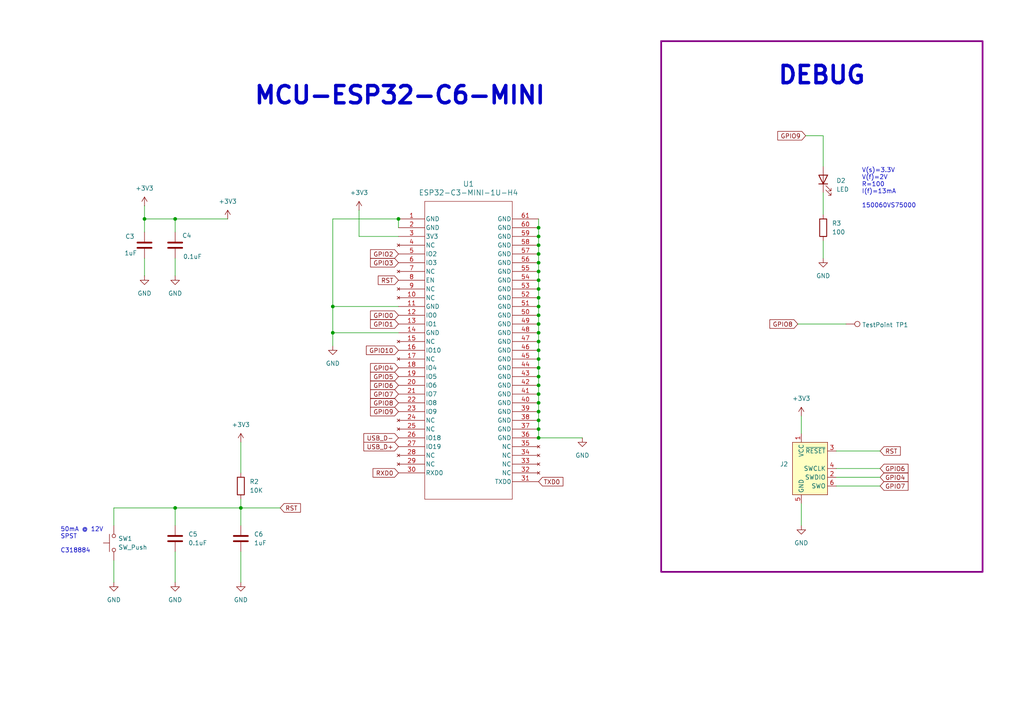
<source format=kicad_sch>
(kicad_sch (version 20231120) (generator "eeschema") (generator_version "8.0")
  (paper "A4")
  (title_block (title "IoT Gateway") (date "2024-10-15") (rev "v0.1.0") (company "Abstract Machines") (comment 1 "Designed By: Rodney Osodo") (comment 2 "Approved By:"))
  (lib_symbols
    (symbol "2024-11-20_06-36-54:ESP32-C3-MINI-1U-H4" (pin_names (offset 0.254))
      (property "Reference" "U" (at 20.32 10.16 0))
      (property "Value" "ESP32-C3-MINI-1U-H4" (at 20.32 7.62 0))
      (symbol "ESP32-C3-MINI-1U-H4_0_1"
        (polyline (pts (xy 7.62 -81.28) (xy 33.02 -81.28)) (stroke (width 0.127)))
        (polyline (pts (xy 7.62 5.08) (xy 7.62 -81.28)) (stroke (width 0.127)))
        (polyline (pts (xy 33.02 -81.28) (xy 33.02 5.08)) (stroke (width 0.127)))
        (polyline (pts (xy 33.02 5.08) (xy 7.62 5.08)) (stroke (width 0.127)))
        (pin power_out line (at 0 0 0) (length 7.62) (name "GND") (number "1"))
        (pin no_connect line (at 0 -22.86 0) (length 7.62) (name "NC") (number "10"))
        (pin power_out line (at 0 -25.4 0) (length 7.62) (name "GND") (number "11"))
        (pin bidirectional line (at 0 -27.94 0) (length 7.62) (name "IO0") (number "12"))
        (pin bidirectional line (at 0 -30.48 0) (length 7.62) (name "IO1") (number "13"))
        (pin power_out line (at 0 -33.02 0) (length 7.62) (name "GND") (number "14"))
        (pin no_connect line (at 0 -35.56 0) (length 7.62) (name "NC") (number "15"))
        (pin bidirectional line (at 0 -38.1 0) (length 7.62) (name "IO10") (number "16"))
        (pin no_connect line (at 0 -40.64 0) (length 7.62) (name "NC") (number "17"))
        (pin bidirectional line (at 0 -43.18 0) (length 7.62) (name "IO4") (number "18"))
        (pin bidirectional line (at 0 -45.72 0) (length 7.62) (name "IO5") (number "19"))
        (pin power_out line (at 0 -2.54 0) (length 7.62) (name "GND") (number "2"))
        (pin bidirectional line (at 0 -48.26 0) (length 7.62) (name "IO6") (number "20"))
        (pin bidirectional line (at 0 -50.8 0) (length 7.62) (name "IO7") (number "21"))
        (pin bidirectional line (at 0 -53.34 0) (length 7.62) (name "IO8") (number "22"))
        (pin bidirectional line (at 0 -55.88 0) (length 7.62) (name "IO9") (number "23"))
        (pin no_connect line (at 0 -58.42 0) (length 7.62) (name "NC") (number "24"))
        (pin no_connect line (at 0 -60.96 0) (length 7.62) (name "NC") (number "25"))
        (pin bidirectional line (at 0 -63.5 0) (length 7.62) (name "IO18") (number "26"))
        (pin bidirectional line (at 0 -66.04 0) (length 7.62) (name "IO19") (number "27"))
        (pin no_connect line (at 0 -68.58 0) (length 7.62) (name "NC") (number "28"))
        (pin no_connect line (at 0 -71.12 0) (length 7.62) (name "NC") (number "29"))
        (pin power_in line (at 0 -5.08 0) (length 7.62) (name "3V3") (number "3"))
        (pin bidirectional line (at 0 -73.66 0) (length 7.62) (name "RXD0") (number "30"))
        (pin bidirectional line (at 40.64 -76.2 180) (length 7.62) (name "TXD0") (number "31"))
        (pin no_connect line (at 40.64 -73.66 180) (length 7.62) (name "NC") (number "32"))
        (pin no_connect line (at 40.64 -71.12 180) (length 7.62) (name "NC") (number "33"))
        (pin no_connect line (at 40.64 -68.58 180) (length 7.62) (name "NC") (number "34"))
        (pin no_connect line (at 40.64 -66.04 180) (length 7.62) (name "NC") (number "35"))
        (pin power_out line (at 40.64 -63.5 180) (length 7.62) (name "GND") (number "36"))
        (pin power_out line (at 40.64 -60.96 180) (length 7.62) (name "GND") (number "37"))
        (pin power_out line (at 40.64 -58.42 180) (length 7.62) (name "GND") (number "38"))
        (pin power_out line (at 40.64 -55.88 180) (length 7.62) (name "GND") (number "39"))
        (pin no_connect line (at 0 -7.62 0) (length 7.62) (name "NC") (number "4"))
        (pin power_out line (at 40.64 -53.34 180) (length 7.62) (name "GND") (number "40"))
        (pin power_out line (at 40.64 -50.8 180) (length 7.62) (name "GND") (number "41"))
        (pin power_out line (at 40.64 -48.26 180) (length 7.62) (name "GND") (number "42"))
        (pin power_out line (at 40.64 -45.72 180) (length 7.62) (name "GND") (number "43"))
        (pin power_out line (at 40.64 -43.18 180) (length 7.62) (name "GND") (number "44"))
        (pin power_out line (at 40.64 -40.64 180) (length 7.62) (name "GND") (number "45"))
        (pin power_out line (at 40.64 -38.1 180) (length 7.62) (name "GND") (number "46"))
        (pin power_out line (at 40.64 -35.56 180) (length 7.62) (name "GND") (number "47"))
        (pin power_out line (at 40.64 -33.02 180) (length 7.62) (name "GND") (number "48"))
        (pin power_out line (at 40.64 -30.48 180) (length 7.62) (name "GND") (number "49"))
        (pin bidirectional line (at 0 -10.16 0) (length 7.62) (name "IO2") (number "5"))
        (pin power_out line (at 40.64 -27.94 180) (length 7.62) (name "GND") (number "50"))
        (pin power_out line (at 40.64 -25.4 180) (length 7.62) (name "GND") (number "51"))
        (pin power_out line (at 40.64 -22.86 180) (length 7.62) (name "GND") (number "52"))
        (pin power_out line (at 40.64 -20.32 180) (length 7.62) (name "GND") (number "53"))
        (pin power_out line (at 40.64 -17.78 180) (length 7.62) (name "GND") (number "54"))
        (pin power_out line (at 40.64 -15.24 180) (length 7.62) (name "GND") (number "55"))
        (pin power_out line (at 40.64 -12.7 180) (length 7.62) (name "GND") (number "56"))
        (pin power_out line (at 40.64 -10.16 180) (length 7.62) (name "GND") (number "57"))
        (pin power_out line (at 40.64 -7.62 180) (length 7.62) (name "GND") (number "58"))
        (pin power_out line (at 40.64 -5.08 180) (length 7.62) (name "GND") (number "59"))
        (pin bidirectional line (at 0 -12.7 0) (length 7.62) (name "IO3") (number "6"))
        (pin power_out line (at 40.64 -2.54 180) (length 7.62) (name "GND") (number "60"))
        (pin power_out line (at 40.64 0 180) (length 7.62) (name "GND") (number "61"))
        (pin no_connect line (at 0 -15.24 0) (length 7.62) (name "NC") (number "7"))
        (pin input line (at 0 -17.78 0) (length 7.62) (name "EN") (number "8"))
        (pin no_connect line (at 0 -20.32 0) (length 7.62) (name "NC") (number "9"))
      )
    )
    (symbol "Connector:Conn_ARM_SWD_TagConnect_TC2030-NL" (in_bom no)
      (property "Reference" "J" (at 2.54 11.43 0))
      (property "Value" "Conn_ARM_SWD_TagConnect_TC2030-NL" (at 2.54 8.89 0))
      (symbol "Conn_ARM_SWD_TagConnect_TC2030-NL_0_0"
        (pin power_in line (at -2.54 10.16 270) (length 2.54) (name "VCC") (number "1"))
        (pin bidirectional line (at 7.62 -2.54 180) (length 2.54) (name "SWDIO") (number "2"))
        (pin open_collector line (at 7.62 5.08 180) (length 2.54) (name "~{RESET}") (number "3"))
        (pin output line (at 7.62 0 180) (length 2.54) (name "SWCLK") (number "4"))
        (pin power_in line (at -2.54 -10.16 90) (length 2.54) (name "GND") (number "5"))
        (pin input line (at 7.62 -5.08 180) (length 2.54) (name "SWO") (number "6"))
      )
      (symbol "Conn_ARM_SWD_TagConnect_TC2030-NL_0_1"
        (rectangle (start -5.08 7.62) (end 5.08 -7.62) (fill (type background)))
      )
    )
    (symbol "Connector:TestPoint" (pin_numbers hide) (pin_names (offset 0.762) hide)
      (property "Reference" "TP" (at 0 6.858 0))
      (property "Value" "TestPoint" (at 0 5.08 0))
      (symbol "TestPoint_0_1"
        (circle (center 0 3.302) (radius 0.762))
      )
      (symbol "TestPoint_1_1"
        (pin passive line (at 0 0 90) (length 2.54) (name "1") (number "1"))
      )
    )
    (symbol "Device:C" (pin_numbers hide) (pin_names (offset 0.254))
      (property "Reference" "C" (at 0.635 2.54 0))
      (property "Value" "C" (at 0.635 -2.54 0))
      (symbol "C_0_1"
        (polyline (pts (xy -2.032 -0.762) (xy 2.032 -0.762)) (stroke (width 0.508)))
        (polyline (pts (xy -2.032 0.762) (xy 2.032 0.762)) (stroke (width 0.508)))
      )
      (symbol "C_1_1"
        (pin passive line (at 0 3.81 270) (length 2.794) (name "~") (number "1"))
        (pin passive line (at 0 -3.81 90) (length 2.794) (name "~") (number "2"))
      )
    )
    (symbol "Device:LED" (pin_numbers hide) (pin_names (offset 1.016) hide)
      (property "Reference" "D" (at 0 2.54 0))
      (property "Value" "LED" (at 0 -2.54 0))
      (symbol "LED_0_1"
        (polyline (pts (xy -1.27 -1.27) (xy -1.27 1.27)) (stroke (width 0.254)))
        (polyline (pts (xy -1.27 0) (xy 1.27 0)))
        (polyline (pts (xy 1.27 -1.27) (xy 1.27 1.27) (xy -1.27 0) (xy 1.27 -1.27)) (stroke (width 0.254)))
        (polyline (pts (xy -3.048 -0.762) (xy -4.572 -2.286) (xy -3.81 -2.286) (xy -4.572 -2.286) (xy -4.572 -1.524)))
        (polyline (pts (xy -1.778 -0.762) (xy -3.302 -2.286) (xy -2.54 -2.286) (xy -3.302 -2.286) (xy -3.302 -1.524)))
      )
      (symbol "LED_1_1"
        (pin passive line (at -3.81 0 0) (length 2.54) (name "K") (number "1"))
        (pin passive line (at 3.81 0 180) (length 2.54) (name "A") (number "2"))
      )
    )
    (symbol "Device:R" (pin_numbers hide) (pin_names (offset 0))
      (property "Reference" "R" (at 2.032 0 90))
      (property "Value" "R" (at 0 0 90))
      (symbol "R_0_1"
        (rectangle (start -1.016 -2.54) (end 1.016 2.54) (stroke (width 0.254)))
      )
      (symbol "R_1_1"
        (pin passive line (at 0 3.81 270) (length 1.27) (name "~") (number "1"))
        (pin passive line (at 0 -3.81 90) (length 1.27) (name "~") (number "2"))
      )
    )
    (symbol "Switch:SW_Push" (pin_numbers hide) (pin_names (offset 1.016) hide)
      (property "Reference" "SW" (at 1.27 2.54 0))
      (property "Value" "SW_Push" (at 0 -1.524 0))
      (symbol "SW_Push_0_1"
        (circle (center -2.032 0) (radius 0.508))
        (polyline (pts (xy 0 1.27) (xy 0 3.048)))
        (polyline (pts (xy 2.54 1.27) (xy -2.54 1.27)))
        (circle (center 2.032 0) (radius 0.508))
        (pin passive line (at -5.08 0 0) (length 2.54) (name "1") (number "1"))
        (pin passive line (at 5.08 0 180) (length 2.54) (name "2") (number "2"))
      )
    )
    (symbol "power:+3V3" (power) (pin_numbers hide) (pin_names (offset 0) hide)
      (property "Value" "+3V3" (at 0 3.556 0))
      (symbol "+3V3_0_1"
        (polyline (pts (xy -0.762 1.27) (xy 0 2.54)))
        (polyline (pts (xy 0 0) (xy 0 2.54)))
        (polyline (pts (xy 0 2.54) (xy 0.762 1.27)))
      )
      (symbol "+3V3_1_1"
        (pin power_in line (at 0 0 90) (length 0) (name "~") (number "1"))
      )
    )
    (symbol "power:GND" (power) (pin_numbers hide) (pin_names (offset 0) hide)
      (property "Value" "GND" (at 0 -3.81 0))
      (symbol "GND_0_1"
        (polyline (pts (xy 0 0) (xy 0 -1.27) (xy 1.27 -1.27) (xy 0 -2.54) (xy -1.27 -1.27) (xy 0 -1.27)))
      )
      (symbol "GND_1_1"
        (pin power_in line (at 0 0 270) (length 0) (name "~") (number "1"))
      )
    )
  )
  (junction (at 156.21 71.12))
  (junction (at 156.21 101.6))
  (junction (at 156.21 99.06))
  (junction (at 156.21 104.14))
  (junction (at 156.21 111.76))
  (junction (at 69.85 147.32))
  (junction (at 156.21 76.2))
  (junction (at 156.21 96.52))
  (junction (at 156.21 116.84))
  (junction (at 156.21 124.46))
  (junction (at 96.52 88.9))
  (junction (at 156.21 83.82))
  (junction (at 50.8 63.5))
  (junction (at 41.91 63.5))
  (junction (at 156.21 81.28))
  (junction (at 156.21 127))
  (junction (at 156.21 109.22))
  (junction (at 156.21 73.66))
  (junction (at 156.21 91.44))
  (junction (at 156.21 78.74))
  (junction (at 156.21 66.04))
  (junction (at 156.21 119.38))
  (junction (at 96.52 96.52))
  (junction (at 156.21 86.36))
  (junction (at 156.21 106.68))
  (junction (at 115.57 63.5))
  (junction (at 156.21 121.92))
  (junction (at 156.21 114.3))
  (junction (at 156.21 88.9))
  (junction (at 50.8 147.32))
  (junction (at 156.21 68.58))
  (junction (at 156.21 93.98))
  (wire (pts (xy 255.27 140.97) (xy 242.57 140.97)))
  (wire (pts (xy 232.41 152.4) (xy 232.41 146.05)))
  (wire (pts (xy 156.21 76.2) (xy 156.21 78.74)))
  (wire (pts (xy 233.68 39.37) (xy 238.76 39.37)))
  (wire (pts (xy 156.21 93.98) (xy 156.21 96.52)))
  (wire (pts (xy 41.91 74.93) (xy 41.91 80.01)))
  (wire (pts (xy 156.21 111.76) (xy 156.21 114.3)))
  (wire (pts (xy 156.21 101.6) (xy 156.21 104.14)))
  (wire (pts (xy 96.52 96.52) (xy 96.52 88.9)))
  (wire (pts (xy 156.21 78.74) (xy 156.21 81.28)))
  (wire (pts (xy 156.21 66.04) (xy 156.21 68.58)))
  (wire (pts (xy 238.76 39.37) (xy 238.76 48.26)))
  (wire (pts (xy 96.52 100.33) (xy 96.52 96.52)))
  (wire (pts (xy 255.27 135.89) (xy 242.57 135.89)))
  (wire (pts (xy 41.91 63.5) (xy 41.91 67.31)))
  (wire (pts (xy 156.21 81.28) (xy 156.21 83.82)))
  (wire (pts (xy 69.85 147.32) (xy 81.28 147.32)))
  (wire (pts (xy 156.21 104.14) (xy 156.21 106.68)))
  (wire (pts (xy 156.21 99.06) (xy 156.21 101.6)))
  (wire (pts (xy 156.21 106.68) (xy 156.21 109.22)))
  (wire (pts (xy 115.57 63.5) (xy 115.57 66.04)))
  (wire (pts (xy 96.52 88.9) (xy 115.57 88.9)))
  (wire (pts (xy 231.394 93.98) (xy 245.364 93.98)))
  (wire (pts (xy 156.21 124.46) (xy 156.21 127)))
  (wire (pts (xy 156.21 71.12) (xy 156.21 73.66)))
  (wire (pts (xy 156.21 116.84) (xy 156.21 119.38)))
  (wire (pts (xy 50.8 74.93) (xy 50.8 80.01)))
  (wire (pts (xy 50.8 160.02) (xy 50.8 168.91)))
  (wire (pts (xy 156.21 91.44) (xy 156.21 93.98)))
  (wire (pts (xy 238.76 69.85) (xy 238.76 74.93)))
  (wire (pts (xy 41.91 59.69) (xy 41.91 63.5)))
  (wire (pts (xy 156.21 127) (xy 168.91 127)))
  (wire (pts (xy 50.8 147.32) (xy 50.8 152.4)))
  (wire (pts (xy 156.21 68.58) (xy 156.21 71.12)))
  (wire (pts (xy 115.57 63.5) (xy 96.52 63.5)))
  (wire (pts (xy 156.21 96.52) (xy 156.21 99.06)))
  (wire (pts (xy 33.02 152.4) (xy 33.02 147.32)))
  (wire (pts (xy 156.21 86.36) (xy 156.21 88.9)))
  (wire (pts (xy 96.52 96.52) (xy 115.57 96.52)))
  (wire (pts (xy 156.21 119.38) (xy 156.21 121.92)))
  (wire (pts (xy 156.21 121.92) (xy 156.21 124.46)))
  (wire (pts (xy 156.21 88.9) (xy 156.21 91.44)))
  (wire (pts (xy 50.8 63.5) (xy 41.91 63.5)))
  (wire (pts (xy 156.21 63.5) (xy 156.21 66.04)))
  (wire (pts (xy 156.21 109.22) (xy 156.21 111.76)))
  (wire (pts (xy 50.8 67.31) (xy 50.8 63.5)))
  (wire (pts (xy 232.41 120.65) (xy 232.41 125.73)))
  (wire (pts (xy 156.21 83.82) (xy 156.21 86.36)))
  (wire (pts (xy 33.02 162.56) (xy 33.02 168.91)))
  (wire (pts (xy 69.85 160.02) (xy 69.85 168.91)))
  (wire (pts (xy 66.04 63.5) (xy 50.8 63.5)))
  (wire (pts (xy 115.57 68.58) (xy 104.14 68.58)))
  (wire (pts (xy 50.8 147.32) (xy 69.85 147.32)))
  (wire (pts (xy 255.27 130.81) (xy 242.57 130.81)))
  (wire (pts (xy 156.21 73.66) (xy 156.21 76.2)))
  (wire (pts (xy 96.52 63.5) (xy 96.52 88.9)))
  (wire (pts (xy 33.02 147.32) (xy 50.8 147.32)))
  (wire (pts (xy 69.85 144.78) (xy 69.85 147.32)))
  (wire (pts (xy 104.14 68.58) (xy 104.14 60.96)))
  (wire (pts (xy 255.27 138.43) (xy 242.57 138.43)))
  (wire (pts (xy 156.21 114.3) (xy 156.21 116.84)))
  (wire (pts (xy 238.76 55.88) (xy 238.76 62.23)))
  (wire (pts (xy 69.85 128.27) (xy 69.85 137.16)))
  (wire (pts (xy 69.85 147.32) (xy 69.85 152.4)))
  (rectangle (start 191.77 11.938) (end 284.988 165.862) (stroke (width 0.5) (color 132 0 132 1)))
  (text "MCU-ESP32-C6-MINI\n" (at 73.406 30.734 0) (effects (font (size 5 5) (thickness 1) (bold yes)) (justify left bottom)))
  (text "V(s)=3.3V\nV(f)=2V\nR=100\nI(f)=13mA\n\n150060VS75000" (at 249.936 54.61 0) (effects (font (size 1.27 1.27)) (justify left)))
  (text "50mA @ 12V\nSPST\n\nC318884" (at 17.526 156.718 0) (effects (font (size 1.27 1.27)) (justify left)))
  (text "DEBUG\n" (at 225.298 24.892 0) (effects (font (size 5 5) (thickness 1) (bold yes)) (justify left bottom)))
  (global_label "GPIO1" (shape input) (at 115.57 93.98 180) (property "Intersheetrefs" "${INTERSHEET_REFS}" (effects (hide yes))))
  (global_label "GPIO8" (shape input) (at 115.57 116.84 180) (property "Intersheetrefs" "${INTERSHEET_REFS}" (effects (hide yes))))
  (global_label "GPIO6" (shape input) (at 115.57 111.76 180) (property "Intersheetrefs" "${INTERSHEET_REFS}" (effects (hide yes))))
  (global_label "RST" (shape input) (at 115.57 81.28 180) (property "Intersheetrefs" "${INTERSHEET_REFS}" (effects (hide yes))))
  (global_label "GPIO5" (shape input) (at 115.57 109.22 180) (property "Intersheetrefs" "${INTERSHEET_REFS}" (effects (hide yes))))
  (global_label "RST" (shape input) (at 255.27 130.81 0) (property "Intersheetrefs" "${INTERSHEET_REFS}" (effects (hide yes))))
  (global_label "GPIO10" (shape input) (at 115.57 101.6 180) (property "Intersheetrefs" "${INTERSHEET_REFS}" (effects (hide yes))))
  (global_label "GPIO6" (shape input) (at 255.27 135.89 0) (property "Intersheetrefs" "${INTERSHEET_REFS}" (effects (hide yes))))
  (global_label "GPIO9" (shape input) (at 233.68 39.37 180) (property "Intersheetrefs" "${INTERSHEET_REFS}" (effects (hide yes))))
  (global_label "USB_D-" (shape input) (at 115.57 127 180) (property "Intersheetrefs" "${INTERSHEET_REFS}" (effects (hide yes))))
  (global_label "GPIO0" (shape input) (at 115.57 91.44 180) (property "Intersheetrefs" "${INTERSHEET_REFS}" (effects (hide yes))))
  (global_label "RST" (shape input) (at 81.28 147.32 0) (property "Intersheetrefs" "${INTERSHEET_REFS}" (effects (hide yes))))
  (global_label "GPIO4" (shape input) (at 255.27 138.43 0) (property "Intersheetrefs" "${INTERSHEET_REFS}" (effects (hide yes))))
  (global_label "GPIO4" (shape input) (at 115.57 106.68 180) (property "Intersheetrefs" "${INTERSHEET_REFS}" (effects (hide yes))))
  (global_label "GPIO9" (shape input) (at 115.57 119.38 180) (property "Intersheetrefs" "${INTERSHEET_REFS}" (effects (hide yes))))
  (global_label "GPIO2" (shape input) (at 115.57 73.66 180) (property "Intersheetrefs" "${INTERSHEET_REFS}" (effects (hide yes))))
  (global_label "TXD0" (shape input) (at 156.21 139.7 0) (property "Intersheetrefs" "${INTERSHEET_REFS}" (effects (hide yes))))
  (global_label "RXD0" (shape input) (at 115.57 137.16 180) (property "Intersheetrefs" "${INTERSHEET_REFS}" (effects (hide yes))))
  (global_label "USB_D+" (shape input) (at 115.57 129.54 180) (property "Intersheetrefs" "${INTERSHEET_REFS}" (effects (hide yes))))
  (global_label "GPIO3" (shape input) (at 115.57 76.2 180) (property "Intersheetrefs" "${INTERSHEET_REFS}" (effects (hide yes))))
  (global_label "GPIO7" (shape input) (at 115.57 114.3 180) (property "Intersheetrefs" "${INTERSHEET_REFS}" (effects (hide yes))))
  (global_label "GPIO8" (shape input) (at 231.394 93.98 180) (property "Intersheetrefs" "${INTERSHEET_REFS}" (effects (hide yes))))
  (global_label "GPIO7" (shape input) (at 255.27 140.97 0) (property "Intersheetrefs" "${INTERSHEET_REFS}" (effects (hide yes))))
  (symbol (lib_id "power:GND") (at 238.76 74.93 0) (unit 1)
    (property "Reference" "#PWR016" (effects (hide yes)))
    (property "Value" "GND" (at 238.76 80.01 0))
  )
  (symbol (lib_id "2024-11-20_06-36-54:ESP32-C3-MINI-1U-H4") (at 115.57 63.5 0) (unit 1)
    (property "Reference" "U1" (at 135.89 53.34 0) (effects (font (size 1.524 1.524))))
    (property "Value" "ESP32-C3-MINI-1U-H4" (at 135.89 55.88 0) (effects (font (size 1.524 1.524))))
    (property "Footprint" "ESP32-C3-MINI-1U-H4:ESP32-C3-MINI-1U_EXP" (effects (hide yes)))
    (property "Datasheet" "ESP32-C3-MINI-1U-H4" (effects (hide yes)))
  )
  (symbol (lib_id "power:GND") (at 33.02 168.91 0) (unit 1)
    (property "Reference" "#PWR09" (effects (hide yes)))
    (property "Value" "GND" (at 33.02 173.99 0))
    (property "Description" "Power symbol creates a global label with name \"GND\" , ground" (effects (hide yes)))
  )
  (symbol (lib_id "power:+3V3") (at 41.91 59.69 0) (unit 1)
    (property "Reference" "#PWR05" (effects (hide yes)))
    (property "Value" "+3V3" (at 41.91 54.61 0))
    (property "Description" "Power symbol creates a global label with name \"+3V3\"" (effects (hide yes)))
  )
  (symbol (lib_id "Device:C") (at 41.91 71.12 0) (unit 1)
    (property "Reference" "C3" (at 36.322 68.58 0) (effects (justify left)))
    (property "Value" "1uF" (at 36.068 73.406 0) (effects (justify left)))
    (property "Footprint" "Capacitor_SMD:C_0603_1608Metric" (effects (hide yes)))
    (property "Description" "Unpolarized capacitor" (effects (hide yes)))
  )
  (symbol (lib_id "Connector:TestPoint") (at 245.364 93.98 270) (mirror x) (unit 1) (in_bom no)
    (property "Reference" "TP1" (at 261.62 94.234 90))
    (property "Value" "TestPoint" (at 254.508 94.234 90))
    (property "Footprint" "TestPoint:TestPoint_Pad_D1.0mm" (effects (hide yes)))
    (property "Description" "test point" (effects (hide yes)))
  )
  (symbol (lib_id "Device:LED") (at 238.76 52.07 90) (unit 1)
    (property "Reference" "D2" (at 242.57 52.3874 90) (effects (justify right)))
    (property "Value" "LED" (at 242.57 54.9274 90) (effects (justify right)))
    (property "Footprint" "LED_SMD:LED_0603_1608Metric" (effects (hide yes)))
    (property "Description" "Light emitting diode" (effects (hide yes)))
  )
  (symbol (lib_id "power:GND") (at 168.91 127 0) (unit 1)
    (property "Reference" "#PWR018" (effects (hide yes)))
    (property "Value" "GND" (at 168.91 132.08 0))
    (property "Description" "Power symbol creates a global label with name \"GND\" , ground" (effects (hide yes)))
  )
  (symbol (lib_id "power:+3V3") (at 232.41 120.65 0) (unit 1)
    (property "Reference" "#PWR012" (effects (hide yes)))
    (property "Value" "+3V3" (at 232.41 115.57 0))
    (property "Description" "Power symbol creates a global label with name \"+3V3\"" (effects (hide yes)))
  )
  (symbol (lib_id "Connector:Conn_ARM_SWD_TagConnect_TC2030-NL") (at 234.95 135.89 0) (unit 1) (in_bom no)
    (property "Reference" "J2" (at 228.6 134.6199 0) (effects (justify right)))
    (property "Value" "Conn_ARM_SWD_TagConnect_TC2030-NL" (effects (hide yes)))
    (property "Footprint" "Connector:Tag-Connect_TC2030-IDC-NL_2x03_P1.27mm_Vertical" (effects (hide yes)))
    (property "Datasheet" "https://www.tag-connect.com/wp-content/uploads/bsk-pdf-manager/TC2030-CTX_1.pdf" (effects (hide yes)))
    (property "Description" "Tag-Connect ARM Cortex SWD JTAG connector, 6 pin, no legs" (effects (hide yes)))
  )
  (symbol (lib_id "Switch:SW_Push") (at 33.02 157.48 90) (unit 1)
    (property "Reference" "SW1" (at 34.29 156.2099 90) (effects (justify right)))
    (property "Value" "SW_Push" (at 34.29 158.7499 90) (effects (justify right)))
    (property "Footprint" "Switch:TS-1187A-B-A-B_XKB" (effects (hide yes)))
    (property "Description" "Push button switch, generic, two pins" (effects (hide yes)))
  )
  (symbol (lib_id "Device:C") (at 50.8 156.21 0) (unit 1)
    (property "Reference" "C5" (at 54.61 154.9399 0) (effects (justify left)))
    (property "Value" "0.1uF" (at 54.61 157.4799 0) (effects (justify left)))
    (property "Footprint" "Capacitor_SMD:C_0603_1608Metric" (effects (hide yes)))
    (property "Description" "Unpolarized capacitor" (effects (hide yes)))
  )
  (symbol (lib_id "power:GND") (at 50.8 168.91 0) (unit 1)
    (property "Reference" "#PWR010" (effects (hide yes)))
    (property "Value" "GND" (at 50.8 173.99 0))
    (property "Description" "Power symbol creates a global label with name \"GND\" , ground" (effects (hide yes)))
  )
  (symbol (lib_id "power:GND") (at 41.91 80.01 0) (unit 1)
    (property "Reference" "#PWR07" (effects (hide yes)))
    (property "Value" "GND" (at 41.91 85.09 0))
    (property "Description" "Power symbol creates a global label with name \"GND\" , ground" (effects (hide yes)))
  )
  (symbol (lib_id "power:+3V3") (at 104.14 60.96 0) (unit 1)
    (property "Reference" "#PWR020" (effects (hide yes)))
    (property "Value" "+3V3" (at 104.14 55.88 0))
    (property "Description" "Power symbol creates a global label with name \"+3V3\"" (effects (hide yes)))
  )
  (symbol (lib_id "Device:R") (at 69.85 140.97 0) (unit 1)
    (property "Reference" "R2" (at 72.39 139.6999 0) (effects (justify left)))
    (property "Value" "10K" (at 72.39 142.2399 0) (effects (justify left)))
    (property "Footprint" "Resistor_SMD:R_0603_1608Metric" (effects (hide yes)))
    (property "Description" "Resistor" (effects (hide yes)))
  )
  (symbol (lib_id "power:GND") (at 50.8 80.01 0) (unit 1)
    (property "Reference" "#PWR08" (effects (hide yes)))
    (property "Value" "GND" (at 50.8 85.09 0))
    (property "Description" "Power symbol creates a global label with name \"GND\" , ground" (effects (hide yes)))
  )
  (symbol (lib_id "power:GND") (at 232.41 152.4 0) (mirror y) (unit 1)
    (property "Reference" "#PWR013" (effects (hide yes)))
    (property "Value" "GND" (at 232.41 157.48 0))
    (property "Description" "Power symbol creates a global label with name \"GND\" , ground" (effects (hide yes)))
  )
  (symbol (lib_id "Device:R") (at 238.76 66.04 0) (unit 1)
    (property "Reference" "R3" (at 241.3 64.7699 0) (effects (justify left)))
    (property "Value" "100" (at 241.3 67.3099 0) (effects (justify left)))
    (property "Footprint" "Resistor_SMD:R_0603_1608Metric" (effects (hide yes)))
    (property "Description" "Resistor" (effects (hide yes)))
  )
  (symbol (lib_id "Device:C") (at 50.8 71.12 0) (unit 1)
    (property "Reference" "C4" (at 52.832 68.326 0) (effects (justify left)))
    (property "Value" "0.1uF" (at 53.086 74.422 0) (effects (justify left)))
    (property "Footprint" "Capacitor_SMD:C_0603_1608Metric" (effects (hide yes)))
    (property "Description" "Unpolarized capacitor" (effects (hide yes)))
  )
  (symbol (lib_id "power:GND") (at 69.85 168.91 0) (unit 1)
    (property "Reference" "#PWR011" (effects (hide yes)))
    (property "Value" "GND" (at 69.85 173.99 0))
    (property "Description" "Power symbol creates a global label with name \"GND\" , ground" (effects (hide yes)))
  )
  (symbol (lib_id "power:+3V3") (at 69.85 128.27 0) (unit 1)
    (property "Reference" "#PWR06" (effects (hide yes)))
    (property "Value" "+3V3" (at 69.85 123.19 0))
    (property "Description" "Power symbol creates a global label with name \"+3V3\"" (effects (hide yes)))
  )
  (symbol (lib_id "power:+3V3") (at 66.04 63.5 0) (unit 1)
    (property "Reference" "#PWR019" (effects (hide yes)))
    (property "Value" "+3V3" (at 66.04 58.42 0))
    (property "Description" "Power symbol creates a global label with name \"+3V3\"" (effects (hide yes)))
  )
  (symbol (lib_id "power:GND") (at 96.52 100.33 0) (unit 1)
    (property "Reference" "#PWR014" (effects (hide yes)))
    (property "Value" "GND" (at 96.52 105.41 0))
    (property "Description" "Power symbol creates a global label with name \"GND\" , ground" (effects (hide yes)))
  )
  (symbol (lib_id "Device:C") (at 69.85 156.21 0) (unit 1)
    (property "Reference" "C6" (at 73.66 154.9399 0) (effects (justify left)))
    (property "Value" "1uF" (at 73.66 157.4799 0) (effects (justify left)))
    (property "Footprint" "Capacitor_SMD:C_0603_1608Metric" (effects (hide yes)))
    (property "Description" "Unpolarized capacitor" (effects (hide yes)))
  )
)
</source>
